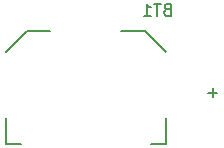
<source format=gbr>
%TF.GenerationSoftware,KiCad,Pcbnew,6.0.11+dfsg-1*%
%TF.CreationDate,2023-06-01T03:10:45-05:00*%
%TF.ProjectId,watch,77617463-682e-46b6-9963-61645f706362,rev?*%
%TF.SameCoordinates,Original*%
%TF.FileFunction,Legend,Bot*%
%TF.FilePolarity,Positive*%
%FSLAX46Y46*%
G04 Gerber Fmt 4.6, Leading zero omitted, Abs format (unit mm)*
G04 Created by KiCad (PCBNEW 6.0.11+dfsg-1) date 2023-06-01 03:10:45*
%MOMM*%
%LPD*%
G01*
G04 APERTURE LIST*
%ADD10C,0.150000*%
%ADD11C,0.127000*%
G04 APERTURE END LIST*
D10*
%TO.C,BT1*%
X70370918Y-57033970D02*
X70227848Y-57081660D01*
X70180158Y-57129349D01*
X70132468Y-57224729D01*
X70132468Y-57367799D01*
X70180158Y-57463179D01*
X70227848Y-57510869D01*
X70323228Y-57558559D01*
X70704747Y-57558559D01*
X70704747Y-56557071D01*
X70370918Y-56557071D01*
X70275538Y-56604761D01*
X70227848Y-56652450D01*
X70180158Y-56747830D01*
X70180158Y-56843210D01*
X70227848Y-56938590D01*
X70275538Y-56986280D01*
X70370918Y-57033970D01*
X70704747Y-57033970D01*
X69846329Y-56557071D02*
X69274050Y-56557071D01*
X69560190Y-57558559D02*
X69560190Y-56557071D01*
X68415632Y-57558559D02*
X68987911Y-57558559D01*
X68701771Y-57558559D02*
X68701771Y-56557071D01*
X68797151Y-56700140D01*
X68892531Y-56795520D01*
X68987911Y-56843210D01*
X74648967Y-64072352D02*
X73885832Y-64072352D01*
X74267400Y-64453920D02*
X74267400Y-63690785D01*
D11*
X56750000Y-68400000D02*
X58000000Y-68400000D01*
X66500000Y-58900000D02*
X68500000Y-58900000D01*
X58500000Y-58900000D02*
X56750000Y-60650000D01*
X56750000Y-66250000D02*
X56750000Y-68400000D01*
X70250000Y-66250000D02*
X70250000Y-68400000D01*
X70250000Y-68400000D02*
X69000000Y-68400000D01*
X70250000Y-60650000D02*
X68500000Y-58900000D01*
X60500000Y-58900000D02*
X58500000Y-58900000D01*
%TD*%
M02*

</source>
